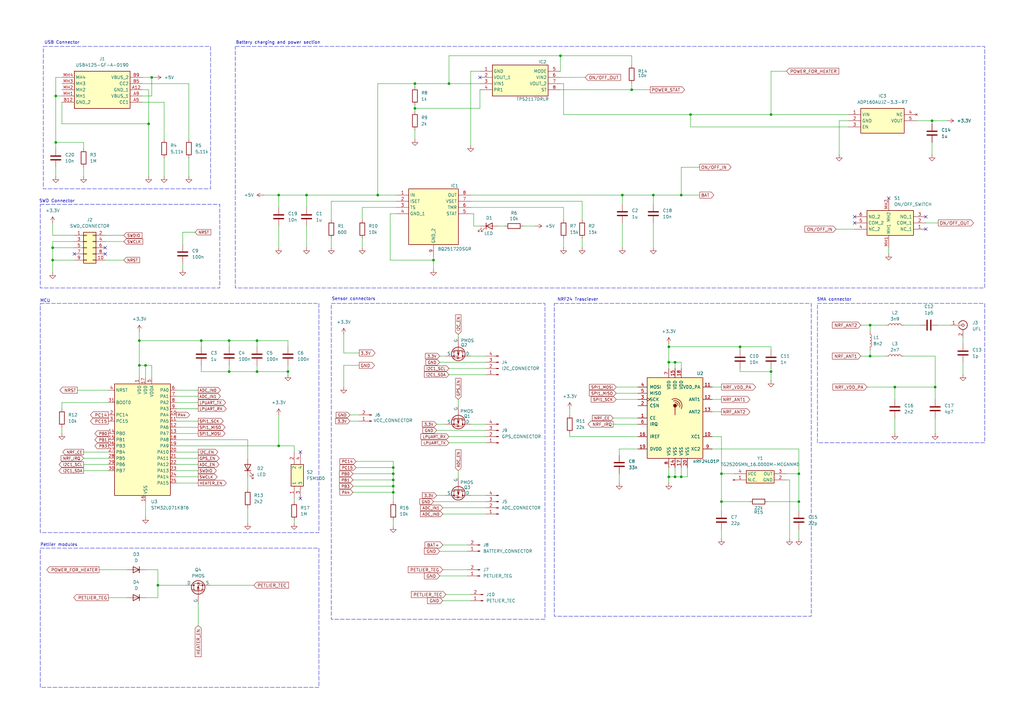
<source format=kicad_sch>
(kicad_sch (version 20231120) (generator "eeschema") (generator_version "8.0")
  (paper "A3")
  (title_block (date "2024-04-09"))
  (junction (at 59.69 149.86))
  (junction (at 295.91 205.74))
  (junction (at 57.15 139.7))
  (junction (at 22.86 39.37))
  (junction (at 64.77 240.03))
  (junction (at 184.15 34.29))
  (junction (at 327.66 194.31))
  (junction (at 114.3 182.88))
  (junction (at 170.18 44.45))
  (junction (at 367.03 158.75))
  (junction (at 161.29 201.93))
  (junction (at 303.53 142.24))
  (junction (at 93.98 152.4))
  (junction (at 316.23 152.4))
  (junction (at 170.18 34.29))
  (junction (at 161.29 194.31))
  (junction (at 177.8 106.68))
  (junction (at 382.27 49.53))
  (junction (at 279.4 195.58))
  (junction (at 82.55 139.7))
  (junction (at 62.23 31.75))
  (junction (at 327.66 205.74))
  (junction (at 161.29 199.39))
  (junction (at 267.97 80.01))
  (junction (at 295.91 194.31))
  (junction (at 21.59 101.6))
  (junction (at 93.98 139.7))
  (junction (at 105.41 139.7))
  (junction (at 316.23 46.99))
  (junction (at 279.4 80.01))
  (junction (at 154.94 80.01))
  (junction (at 274.32 195.58))
  (junction (at 356.87 133.35))
  (junction (at 22.86 58.42))
  (junction (at 383.54 158.75))
  (junction (at 356.87 146.05))
  (junction (at 114.3 80.01))
  (junction (at 229.87 22.86))
  (junction (at 57.15 149.86))
  (junction (at 274.32 142.24))
  (junction (at 255.27 80.01))
  (junction (at 259.08 36.83))
  (junction (at 118.11 152.4))
  (junction (at 283.21 46.99))
  (junction (at 276.86 195.58))
  (junction (at 161.29 191.77))
  (junction (at 21.59 106.68))
  (junction (at 274.32 148.59))
  (junction (at 276.86 148.59))
  (junction (at 161.29 196.85))
  (junction (at 60.96 50.8))
  (junction (at 105.41 152.4))
  (junction (at 125.73 80.01))
  (no_connect (at 364.49 81.28))
  (no_connect (at 43.18 101.6))
  (no_connect (at 123.19 185.42))
  (no_connect (at 379.73 88.9))
  (no_connect (at 30.48 104.14))
  (no_connect (at 350.52 91.44))
  (no_connect (at 123.19 204.47))
  (no_connect (at 350.52 88.9))
  (no_connect (at 196.85 31.75))
  (no_connect (at 379.73 93.98))
  (no_connect (at 43.18 104.14))
  (wire (pts (xy 147.32 144.78) (xy 140.97 144.78)))
  (wire (pts (xy 355.6 158.75) (xy 367.03 158.75)))
  (wire (pts (xy 322.58 29.21) (xy 316.23 29.21)))
  (wire (pts (xy 74.93 107.95) (xy 74.93 110.49)))
  (wire (pts (xy 283.21 52.07) (xy 283.21 46.99)))
  (wire (pts (xy 356.87 143.51) (xy 356.87 146.05)))
  (wire (pts (xy 347.98 52.07) (xy 283.21 52.07)))
  (wire (pts (xy 82.55 149.86) (xy 82.55 152.4)))
  (wire (pts (xy 194.31 92.71) (xy 196.85 92.71)))
  (wire (pts (xy 62.23 149.86) (xy 62.23 154.94)))
  (wire (pts (xy 327.66 217.17) (xy 327.66 220.98)))
  (wire (pts (xy 161.29 213.36) (xy 161.29 215.9)))
  (wire (pts (xy 25.4 41.91) (xy 25.4 50.8)))
  (wire (pts (xy 295.91 194.31) (xy 295.91 205.74)))
  (wire (pts (xy 287.02 80.01) (xy 279.4 80.01)))
  (wire (pts (xy 184.15 22.86) (xy 229.87 22.86)))
  (wire (pts (xy 161.29 199.39) (xy 161.29 201.93)))
  (wire (pts (xy 93.98 139.7) (xy 105.41 139.7)))
  (wire (pts (xy 251.46 173.99) (xy 261.62 173.99)))
  (wire (pts (xy 193.04 29.21) (xy 196.85 29.21)))
  (wire (pts (xy 193.04 80.01) (xy 255.27 80.01)))
  (wire (pts (xy 105.41 152.4) (xy 118.11 152.4)))
  (wire (pts (xy 279.4 195.58) (xy 281.94 195.58)))
  (wire (pts (xy 356.87 133.35) (xy 363.22 133.35)))
  (wire (pts (xy 240.03 31.75) (xy 229.87 31.75)))
  (wire (pts (xy 267.97 80.01) (xy 255.27 80.01)))
  (wire (pts (xy 303.53 142.24) (xy 316.23 142.24)))
  (wire (pts (xy 34.29 68.58) (xy 34.29 72.39)))
  (wire (pts (xy 21.59 106.68) (xy 30.48 106.68)))
  (wire (pts (xy 21.59 106.68) (xy 21.59 111.76)))
  (wire (pts (xy 180.34 236.22) (xy 191.77 236.22)))
  (wire (pts (xy 148.59 97.79) (xy 148.59 101.6)))
  (wire (pts (xy 383.54 146.05) (xy 383.54 158.75)))
  (wire (pts (xy 114.3 80.01) (xy 114.3 85.09)))
  (wire (pts (xy 254 186.69) (xy 254 184.15)))
  (wire (pts (xy 281.94 195.58) (xy 281.94 191.77)))
  (wire (pts (xy 267.97 80.01) (xy 279.4 80.01)))
  (wire (pts (xy 367.03 158.75) (xy 367.03 163.83)))
  (wire (pts (xy 184.15 153.67) (xy 199.39 153.67)))
  (wire (pts (xy 295.91 205.74) (xy 307.34 205.74)))
  (wire (pts (xy 170.18 44.45) (xy 170.18 45.72)))
  (wire (pts (xy 179.07 176.53) (xy 199.39 176.53)))
  (wire (pts (xy 146.05 189.23) (xy 161.29 189.23)))
  (wire (pts (xy 146.05 191.77) (xy 161.29 191.77)))
  (wire (pts (xy 233.68 167.64) (xy 233.68 170.18)))
  (wire (pts (xy 140.97 144.78) (xy 140.97 137.16)))
  (wire (pts (xy 279.4 68.58) (xy 279.4 80.01)))
  (wire (pts (xy 86.36 240.03) (xy 104.14 240.03)))
  (wire (pts (xy 187.96 193.04) (xy 187.96 195.58)))
  (wire (pts (xy 193.04 87.63) (xy 194.31 87.63)))
  (wire (pts (xy 30.48 96.52) (xy 21.59 96.52)))
  (wire (pts (xy 184.15 181.61) (xy 199.39 181.61)))
  (wire (pts (xy 25.4 175.26) (xy 25.4 177.8)))
  (wire (pts (xy 274.32 195.58) (xy 274.32 198.12)))
  (wire (pts (xy 182.88 243.84) (xy 193.04 243.84)))
  (wire (pts (xy 255.27 80.01) (xy 255.27 83.82)))
  (wire (pts (xy 72.39 193.04) (xy 81.28 193.04)))
  (wire (pts (xy 379.73 91.44) (xy 384.81 91.44)))
  (wire (pts (xy 261.62 179.07) (xy 233.68 179.07)))
  (wire (pts (xy 229.87 22.86) (xy 259.08 22.86)))
  (wire (pts (xy 303.53 151.13) (xy 303.53 152.4)))
  (wire (pts (xy 34.29 185.42) (xy 44.45 185.42)))
  (wire (pts (xy 344.17 63.5) (xy 344.17 49.53)))
  (wire (pts (xy 382.27 58.42) (xy 382.27 63.5)))
  (wire (pts (xy 118.11 139.7) (xy 118.11 142.24)))
  (wire (pts (xy 259.08 36.83) (xy 259.08 34.29)))
  (wire (pts (xy 76.2 240.03) (xy 64.77 240.03)))
  (wire (pts (xy 274.32 195.58) (xy 276.86 195.58)))
  (wire (pts (xy 161.29 189.23) (xy 161.29 191.77)))
  (wire (pts (xy 22.86 58.42) (xy 34.29 58.42)))
  (wire (pts (xy 255.27 91.44) (xy 255.27 101.6)))
  (wire (pts (xy 181.61 233.68) (xy 191.77 233.68)))
  (wire (pts (xy 34.29 187.96) (xy 44.45 187.96)))
  (wire (pts (xy 283.21 46.99) (xy 316.23 46.99)))
  (wire (pts (xy 279.4 148.59) (xy 279.4 151.13)))
  (wire (pts (xy 316.23 46.99) (xy 347.98 46.99)))
  (wire (pts (xy 143.51 172.72) (xy 147.32 172.72)))
  (wire (pts (xy 74.93 100.33) (xy 74.93 95.25)))
  (wire (pts (xy 231.14 46.99) (xy 283.21 46.99)))
  (wire (pts (xy 81.28 165.1) (xy 72.39 165.1)))
  (wire (pts (xy 327.66 194.31) (xy 327.66 205.74)))
  (wire (pts (xy 383.54 158.75) (xy 383.54 163.83)))
  (wire (pts (xy 114.3 92.71) (xy 114.3 101.6)))
  (wire (pts (xy 231.14 34.29) (xy 231.14 46.99)))
  (wire (pts (xy 125.73 85.09) (xy 125.73 80.01)))
  (wire (pts (xy 21.59 101.6) (xy 21.59 106.68)))
  (wire (pts (xy 356.87 135.89) (xy 356.87 133.35)))
  (wire (pts (xy 60.96 36.83) (xy 60.96 50.8)))
  (wire (pts (xy 193.04 173.99) (xy 199.39 173.99)))
  (wire (pts (xy 101.6 208.28) (xy 101.6 214.63)))
  (wire (pts (xy 229.87 22.86) (xy 229.87 29.21)))
  (wire (pts (xy 292.1 168.91) (xy 295.91 168.91)))
  (wire (pts (xy 81.28 198.12) (xy 72.39 198.12)))
  (wire (pts (xy 295.91 209.55) (xy 295.91 205.74)))
  (wire (pts (xy 22.86 68.58) (xy 22.86 72.39)))
  (wire (pts (xy 125.73 92.71) (xy 125.73 101.6)))
  (wire (pts (xy 162.56 87.63) (xy 160.02 87.63)))
  (wire (pts (xy 135.89 97.79) (xy 135.89 101.6)))
  (wire (pts (xy 177.8 205.74) (xy 199.39 205.74)))
  (wire (pts (xy 292.1 179.07) (xy 295.91 179.07)))
  (wire (pts (xy 107.95 80.01) (xy 114.3 80.01)))
  (wire (pts (xy 193.04 59.69) (xy 193.04 29.21)))
  (wire (pts (xy 323.85 196.85) (xy 323.85 220.98)))
  (wire (pts (xy 267.97 91.44) (xy 267.97 101.6)))
  (wire (pts (xy 161.29 201.93) (xy 161.29 205.74)))
  (wire (pts (xy 356.87 146.05) (xy 363.22 146.05)))
  (wire (pts (xy 22.86 39.37) (xy 25.4 39.37)))
  (wire (pts (xy 180.34 226.06) (xy 191.77 226.06)))
  (wire (pts (xy 229.87 36.83) (xy 259.08 36.83)))
  (wire (pts (xy 25.4 165.1) (xy 44.45 165.1)))
  (wire (pts (xy 135.89 82.55) (xy 135.89 90.17)))
  (wire (pts (xy 342.9 93.98) (xy 350.52 93.98)))
  (wire (pts (xy 93.98 152.4) (xy 105.41 152.4)))
  (wire (pts (xy 143.51 170.18) (xy 147.32 170.18)))
  (wire (pts (xy 59.69 154.94) (xy 59.69 149.86)))
  (wire (pts (xy 194.31 87.63) (xy 194.31 92.71)))
  (wire (pts (xy 251.46 171.45) (xy 261.62 171.45)))
  (wire (pts (xy 161.29 196.85) (xy 161.29 199.39)))
  (wire (pts (xy 295.91 194.31) (xy 300.99 194.31)))
  (wire (pts (xy 81.28 187.96) (xy 72.39 187.96)))
  (wire (pts (xy 125.73 80.01) (xy 154.94 80.01)))
  (wire (pts (xy 144.78 196.85) (xy 161.29 196.85)))
  (wire (pts (xy 120.65 182.88) (xy 120.65 185.42)))
  (wire (pts (xy 59.69 149.86) (xy 57.15 149.86)))
  (wire (pts (xy 196.85 44.45) (xy 196.85 36.83)))
  (wire (pts (xy 276.86 148.59) (xy 276.86 151.13)))
  (wire (pts (xy 292.1 184.15) (xy 327.66 184.15)))
  (wire (pts (xy 93.98 139.7) (xy 93.98 142.24)))
  (wire (pts (xy 148.59 90.17) (xy 148.59 85.09)))
  (wire (pts (xy 252.73 163.83) (xy 261.62 163.83)))
  (wire (pts (xy 375.92 49.53) (xy 382.27 49.53)))
  (wire (pts (xy 105.41 139.7) (xy 105.41 142.24)))
  (wire (pts (xy 114.3 182.88) (xy 120.65 182.88)))
  (wire (pts (xy 62.23 31.75) (xy 63.5 31.75)))
  (wire (pts (xy 43.18 99.06) (xy 50.8 99.06)))
  (wire (pts (xy 182.88 173.99) (xy 179.07 173.99)))
  (wire (pts (xy 367.03 158.75) (xy 383.54 158.75)))
  (wire (pts (xy 77.47 34.29) (xy 77.47 57.15)))
  (wire (pts (xy 274.32 142.24) (xy 274.32 148.59)))
  (wire (pts (xy 367.03 171.45) (xy 367.03 177.8)))
  (wire (pts (xy 370.84 133.35) (xy 377.19 133.35)))
  (wire (pts (xy 322.58 194.31) (xy 327.66 194.31)))
  (wire (pts (xy 295.91 217.17) (xy 295.91 220.98)))
  (wire (pts (xy 254 194.31) (xy 254 198.12)))
  (wire (pts (xy 353.06 133.35) (xy 356.87 133.35)))
  (wire (pts (xy 259.08 36.83) (xy 266.7 36.83)))
  (wire (pts (xy 344.17 49.53) (xy 347.98 49.53)))
  (wire (pts (xy 72.39 175.26) (xy 81.28 175.26)))
  (wire (pts (xy 383.54 171.45) (xy 383.54 177.8)))
  (wire (pts (xy 58.42 36.83) (xy 60.96 36.83)))
  (wire (pts (xy 259.08 26.67) (xy 259.08 22.86)))
  (wire (pts (xy 82.55 139.7) (xy 93.98 139.7)))
  (wire (pts (xy 276.86 148.59) (xy 279.4 148.59)))
  (wire (pts (xy 22.86 60.96) (xy 22.86 58.42)))
  (wire (pts (xy 25.4 167.64) (xy 25.4 165.1)))
  (wire (pts (xy 181.61 246.38) (xy 193.04 246.38)))
  (wire (pts (xy 60.96 50.8) (xy 60.96 72.39)))
  (wire (pts (xy 57.15 149.86) (xy 57.15 154.94)))
  (wire (pts (xy 105.41 139.7) (xy 118.11 139.7)))
  (wire (pts (xy 177.8 105.41) (xy 177.8 106.68)))
  (wire (pts (xy 353.06 146.05) (xy 356.87 146.05)))
  (wire (pts (xy 193.04 82.55) (xy 238.76 82.55)))
  (wire (pts (xy 118.11 152.4) (xy 118.11 153.67)))
  (wire (pts (xy 327.66 184.15) (xy 327.66 194.31)))
  (wire (pts (xy 274.32 140.97) (xy 274.32 142.24)))
  (wire (pts (xy 364.49 101.6) (xy 364.49 104.14)))
  (wire (pts (xy 276.86 195.58) (xy 279.4 195.58)))
  (wire (pts (xy 303.53 142.24) (xy 303.53 143.51)))
  (wire (pts (xy 120.65 204.47) (xy 120.65 205.74)))
  (wire (pts (xy 274.32 148.59) (xy 274.32 151.13)))
  (wire (pts (xy 59.69 245.11) (xy 64.77 245.11)))
  (wire (pts (xy 72.39 180.34) (xy 101.6 180.34)))
  (wire (pts (xy 384.81 133.35) (xy 389.89 133.35)))
  (wire (pts (xy 105.41 149.86) (xy 105.41 152.4)))
  (wire (pts (xy 58.42 34.29) (xy 77.47 34.29)))
  (wire (pts (xy 101.6 195.58) (xy 101.6 200.66)))
  (wire (pts (xy 322.58 196.85) (xy 323.85 196.85)))
  (wire (pts (xy 252.73 161.29) (xy 261.62 161.29)))
  (wire (pts (xy 274.32 142.24) (xy 303.53 142.24)))
  (wire (pts (xy 72.39 160.02) (xy 81.28 160.02)))
  (wire (pts (xy 82.55 152.4) (xy 93.98 152.4)))
  (wire (pts (xy 252.73 158.75) (xy 261.62 158.75)))
  (wire (pts (xy 43.18 96.52) (xy 50.8 96.52)))
  (wire (pts (xy 181.61 223.52) (xy 191.77 223.52)))
  (wire (pts (xy 182.88 146.05) (xy 180.34 146.05)))
  (wire (pts (xy 81.28 185.42) (xy 72.39 185.42)))
  (wire (pts (xy 31.75 160.02) (xy 44.45 160.02)))
  (wire (pts (xy 170.18 44.45) (xy 196.85 44.45)))
  (wire (pts (xy 114.3 80.01) (xy 125.73 80.01)))
  (wire (pts (xy 180.34 148.59) (xy 199.39 148.59)))
  (wire (pts (xy 81.28 167.64) (xy 72.39 167.64)))
  (wire (pts (xy 59.69 205.74) (xy 59.69 212.09)))
  (wire (pts (xy 81.28 247.65) (xy 81.28 256.54)))
  (wire (pts (xy 170.18 43.18) (xy 170.18 44.45)))
  (wire (pts (xy 58.42 39.37) (xy 62.23 39.37)))
  (wire (pts (xy 154.94 80.01) (xy 162.56 80.01)))
  (wire (pts (xy 144.78 194.31) (xy 161.29 194.31)))
  (wire (pts (xy 316.23 156.21) (xy 316.23 152.4)))
  (wire (pts (xy 21.59 101.6) (xy 30.48 101.6)))
  (wire (pts (xy 22.86 39.37) (xy 22.86 58.42)))
  (wire (pts (xy 292.1 163.83) (xy 295.91 163.83)))
  (wire (pts (xy 34.29 58.42) (xy 34.29 60.96)))
  (wire (pts (xy 238.76 90.17) (xy 238.76 82.55)))
  (wire (pts (xy 72.39 195.58) (xy 81.28 195.58)))
  (wire (pts (xy 204.47 92.71) (xy 207.01 92.71)))
  (wire (pts (xy 316.23 152.4) (xy 303.53 152.4)))
  (wire (pts (xy 58.42 31.75) (xy 62.23 31.75)))
  (wire (pts (xy 177.8 106.68) (xy 177.8 110.49)))
  (wire (pts (xy 382.27 49.53) (xy 388.62 49.53)))
  (wire (pts (xy 43.18 106.68) (xy 50.8 106.68)))
  (wire (pts (xy 238.76 97.79) (xy 238.76 101.6)))
  (wire (pts (xy 101.6 180.34) (xy 101.6 187.96)))
  (wire (pts (xy 292.1 158.75) (xy 295.91 158.75)))
  (wire (pts (xy 170.18 34.29) (xy 170.18 35.56)))
  (wire (pts (xy 162.56 82.55) (xy 135.89 82.55)))
  (wire (pts (xy 316.23 29.21) (xy 316.23 46.99)))
  (wire (pts (xy 370.84 146.05) (xy 383.54 146.05)))
  (wire (pts (xy 170.18 34.29) (xy 154.94 34.29)))
  (wire (pts (xy 25.4 31.75) (xy 22.86 31.75)))
  (wire (pts (xy 34.29 193.04) (xy 44.45 193.04)))
  (wire (pts (xy 58.42 41.91) (xy 67.31 41.91)))
  (wire (pts (xy 57.15 139.7) (xy 57.15 149.86)))
  (wire (pts (xy 394.97 148.59) (xy 394.97 153.67)))
  (wire (pts (xy 316.23 151.13) (xy 316.23 152.4)))
  (wire (pts (xy 193.04 203.2) (xy 199.39 203.2)))
  (wire (pts (xy 67.31 64.77) (xy 67.31 72.39)))
  (wire (pts (xy 21.59 96.52) (xy 21.59 91.44)))
  (wire (pts (xy 394.97 138.43) (xy 394.97 140.97)))
  (wire (pts (xy 67.31 41.91) (xy 67.31 57.15)))
  (wire (pts (xy 182.88 203.2) (xy 179.07 203.2)))
  (wire (pts (xy 93.98 149.86) (xy 93.98 152.4)))
  (wire (pts (xy 77.47 64.77) (xy 77.47 72.39)))
  (wire (pts (xy 229.87 34.29) (xy 231.14 34.29)))
  (wire (pts (xy 22.86 31.75) (xy 22.86 39.37)))
  (wire (pts (xy 193.04 85.09) (xy 231.14 85.09)))
  (wire (pts (xy 267.97 80.01) (xy 267.97 83.82)))
  (wire (pts (xy 34.29 190.5) (xy 44.45 190.5)))
  (wire (pts (xy 184.15 34.29) (xy 196.85 34.29)))
  (wire (pts (xy 184.15 151.13) (xy 199.39 151.13)))
  (wire (pts (xy 295.91 179.07) (xy 295.91 194.31)))
  (wire (pts (xy 199.39 146.05) (xy 193.04 146.05)))
  (wire (pts (xy 82.55 139.7) (xy 82.55 142.24)))
  (wire (pts (xy 72.39 177.8) (xy 81.28 177.8)))
  (wire (pts (xy 160.02 106.68) (xy 177.8 106.68)))
  (wire (pts (xy 170.18 53.34) (xy 170.18 57.15)))
  (wire (pts (xy 81.28 190.5) (xy 72.39 190.5)))
  (wire (pts (xy 184.15 34.29) (xy 170.18 34.29)))
  (wire (pts (xy 118.11 149.86) (xy 118.11 152.4)))
  (wire (pts (xy 161.29 191.77) (xy 161.29 194.31)))
  (wire (pts (xy 30.48 99.06) (xy 21.59 99.06)))
  (wire (pts (xy 44.45 245.11) (xy 52.07 245.11)))
  (wire (pts (xy 114.3 170.18) (xy 114.3 182.88)))
  (wire (pts (xy 327.66 205.74) (xy 327.66 209.55)))
  (wire (pts (xy 219.71 92.71) (xy 214.63 92.71)))
  (wire (pts (xy 120.65 213.36) (xy 120.65 214.63)))
  (wire (pts (xy 314.96 205.74) (xy 327.66 205.74)))
  (wire (pts (xy 144.78 201.93) (xy 161.29 201.93)))
  (wire (pts (xy 231.14 85.09) (xy 231.14 90.17)))
  (wire (pts (xy 184.15 22.86) (xy 184.15 34.29)))
  (wire (pts (xy 274.32 148.59) (xy 276.86 148.59)))
  (wire (pts (xy 25.4 50.8) (xy 60.96 50.8)))
  (wire (pts (xy 144.78 199.39) (xy 161.29 199.39)))
  (wire (pts (xy 64.77 240.03) (xy 64.77 245.11)))
  (wire (pts (xy 184.15 179.07) (xy 199.39 179.07)))
  (wire (pts (xy 254 184.15) (xy 261.62 184.15)))
  (wire (pts (xy 181.61 210.82) (xy 199.39 210.82)))
  (wire (pts (xy 279.4 191.77) (xy 279.4 195.58)))
  (wire (pts (xy 231.14 97.79) (xy 231.14 101.6)))
  (wire (pts (xy 81.28 162.56) (xy 72.39 162.56)))
  (wire (pts (xy 57.15 135.89) (xy 57.15 139.7)))
  (wire (pts (xy 276.86 191.77) (xy 276.86 195.58)))
  (wire (pts (xy 161.29 194.31) (xy 161.29 196.85)))
  (wire (pts (xy 148.59 85.09) (xy 162.56 85.09)))
  (wire (pts (xy 316.23 142.24) (xy 316.23 143.51)))
  (wire (pts (xy 59.69 149.86) (xy 62.23 149.86)))
  (wire (pts (xy 74.93 95.25) (xy 80.01 95.25)))
  (wire (pts (xy 233.68 179.07) (xy 233.68 177.8)))
  (wire (pts (xy 72.39 182.88) (xy 114.3 182.88)))
  (wire (pts (xy 62.23 39.37) (xy 62.23 31.75)))
  (wire (pts (xy 40.64 233.68) (xy 52.07 233.68)))
  (wire (pts (xy 382.27 49.53) (xy 382.27 50.8)))
  (wire (pts (xy 64.77 233.68) (xy 64.77 240.03)))
  (wire (pts (xy 187.96 163.83) (xy 187.96 166.37)))
  (wire (pts (xy 21.59 101.6) (xy 21.59 99.06)))
  (wire (pts (xy 140.97 149.86) (xy 140.97 158.75)))
  (wire (pts (xy 154.94 34.29) (xy 154.94 80.01)))
  (wire (pts (xy 287.02 68.58) (xy 279.4 68.58)))
  (wire (pts (xy 57.15 139.7) (xy 82.55 139.7)))
  (wire (pts (xy 187.96 137.16) (xy 187.96 138.43)))
  (wire (pts (xy 181.61 208.28) (xy 199.39 208.28)))
  (wire (pts (xy 59.69 233.68) (xy 64.77 233.68)))
  (wire (pts (xy 140.97 149.86) (xy 147.32 149.86)))
  (wire (pts (xy 72.39 172.72) (xy 81.28 172.72)))
  (wire (pts (xy 274.32 191.77) (xy 274.32 195.58)))
  (wire (pts (xy 160.02 87.63) (xy 160.02 106.68)))
  (rectangle (start 335.28 124.46) (end 403.86 181.61) (stroke (width 0) (type dash)))
  (rectangle (start 96.52 19.05) (end 403.86 118.11) (stroke (width 0) (type dash)))
  (rectangle (start 16.51 83.82) (end 90.17 118.11) (stroke (width 0) (type dash)))
  (rectangle (start 135.89 124.46) (end 223.52 254) (stroke (width 0) (type dash)))
  (rectangle (start 16.51 124.46) (end 130.81 218.44) (stroke (width 0) (type dash)))
  (rectangle (start 17.78 19.05) (end 86.36 77.47) (stroke (width 0) (type dash)))
  (rectangle (start 227.33 124.46) (end 332.74 252.73) (stroke (width 0) (type dash)))
  (rectangle (start 16.51 224.79) (end 130.81 281.94) (stroke (width 0) (type dash)))
  (text "Sensor connectors" (at 145.034 122.682 0) (effects (font (size 1.27 1.27))))
  (text "Battery charging and power section" (at 114.046 17.526 0) (effects (font (size 1.27 1.27))))
  (text "NRF24 Trasciever" (at 236.982 122.936 0) (effects (font (size 1.27 1.27))))
  (text "SMA connector" (at 342.138 122.936 0) (effects (font (size 1.27 1.27))))
  (text "MCU" (at 18.542 123.444 0) (effects (font (size 1.27 1.27))))
  (text "SWD Connector" (at 23.368 82.55 0) (effects (font (size 1.27 1.27))))
  (text "Petlier modules" (at 24.13 223.52 0) (effects (font (size 1.27 1.27))))
  (text "USB Connector" (at 25.4 17.526 0) (effects (font (size 1.27 1.27))))
  (global_label "GPS_EN" (shape output) (at 81.28 187.96 0) (effects (font (size 1.143 1.143))) (property "Intersheetrefs" "${INTERSHEET_REFS}" (effects (hide yes))))
  (global_label "GND" (shape input) (at 180.34 226.06 180) (property "Intersheetrefs" "${INTERSHEET_REFS}" (effects (hide yes))))
  (global_label "PB1" (shape output) (at 44.45 180.34 180) (effects (font (size 1.143 1.143))) (property "Intersheetrefs" "${INTERSHEET_REFS}" (effects (hide yes))))
  (global_label "PC15" (shape output) (at 44.45 172.72 180) (property "Intersheetrefs" "${INTERSHEET_REFS}" (effects (hide yes))))
  (global_label "ADC_IN0" (shape input) (at 181.61 210.82 180) (effects (font (size 1.143 1.143))) (property "Intersheetrefs" "${INTERSHEET_REFS}" (effects (hide yes))))
  (global_label "ADC_EN" (shape input) (at 187.96 193.04 90) (effects (font (size 1.143 1.143))) (property "Intersheetrefs" "${INTERSHEET_REFS}" (effects (hide yes))))
  (global_label "PETLIER_TEG" (shape input) (at 181.61 233.68 180) (property "Intersheetrefs" "${INTERSHEET_REFS}" (effects (hide yes))))
  (global_label "I2C_EN" (shape output) (at 81.28 185.42 0) (effects (font (size 1.143 1.143))) (property "Intersheetrefs" "${INTERSHEET_REFS}" (effects (hide yes))))
  (global_label "SWDIO" (shape input) (at 50.8 96.52 0) (effects (font (size 1.143 1.143))) (property "Intersheetrefs" "${INTERSHEET_REFS}" (effects (hide yes))))
  (global_label "NRF_IRQ" (shape input) (at 34.29 187.96 180) (effects (font (size 1.143 1.143))) (property "Intersheetrefs" "${INTERSHEET_REFS}" (effects (hide yes))))
  (global_label "I2C1_SCL" (shape output) (at 34.29 190.5 180) (effects (font (size 1.143 1.143))) (property "Intersheetrefs" "${INTERSHEET_REFS}" (effects (hide yes))))
  (global_label "NRST" (shape input) (at 50.8 106.68 0) (effects (font (size 1.143 1.143))) (property "Intersheetrefs" "${INTERSHEET_REFS}" (effects (hide yes))))
  (global_label "PC14" (shape output) (at 44.45 170.18 180) (property "Intersheetrefs" "${INTERSHEET_REFS}" (effects (hide yes))))
  (global_label "PA4" (shape output) (at 72.39 170.18 0) (effects (font (size 1.143 1.143))) (property "Intersheetrefs" "${INTERSHEET_REFS}" (effects (hide yes))))
  (global_label "NRST" (shape output) (at 31.75 160.02 180) (property "Intersheetrefs" "${INTERSHEET_REFS}" (effects (hide yes))))
  (global_label "GND" (shape input) (at 180.34 148.59 180) (effects (font (size 1.143 1.143))) (property "Intersheetrefs" "${INTERSHEET_REFS}" (effects (hide yes))))
  (global_label "I2C1_SCL" (shape input) (at 184.15 151.13 180) (effects (font (size 1.143 1.143))) (property "Intersheetrefs" "${INTERSHEET_REFS}" (effects (hide yes))))
  (global_label "SWCLK" (shape output) (at 81.28 195.58 0) (effects (font (size 1.143 1.143))) (property "Intersheetrefs" "${INTERSHEET_REFS}" (effects (hide yes))))
  (global_label "LPUART_TX" (shape output) (at 81.28 165.1 0) (effects (font (size 1.143 1.143))) (property "Intersheetrefs" "${INTERSHEET_REFS}" (effects (hide yes))))
  (global_label "PB3" (shape output) (at 44.45 182.88 180) (effects (font (size 1.143 1.143))) (property "Intersheetrefs" "${INTERSHEET_REFS}" (effects (hide yes))))
  (global_label "PB0" (shape output) (at 44.45 177.8 180) (effects (font (size 1.143 1.143))) (property "Intersheetrefs" "${INTERSHEET_REFS}" (effects (hide yes))))
  (global_label "GND" (shape input) (at 179.07 176.53 180) (effects (font (size 1.143 1.143))) (property "Intersheetrefs" "${INTERSHEET_REFS}" (effects (hide yes))))
  (global_label "PC15" (shape input) (at 146.05 191.77 180) (effects (font (size 1.143 1.143))) (property "Intersheetrefs" "${INTERSHEET_REFS}" (effects (hide yes))))
  (global_label "PA4" (shape input) (at 144.78 201.93 180) (effects (font (size 1.143 1.143))) (property "Intersheetrefs" "${INTERSHEET_REFS}" (effects (hide yes))))
  (global_label "POWER_FOR_HEATER" (shape input) (at 322.58 29.21 0) (property "Intersheetrefs" "${INTERSHEET_REFS}" (effects (hide yes))))
  (global_label "POWER_STAT" (shape output) (at 266.7 36.83 0) (property "Intersheetrefs" "${INTERSHEET_REFS}" (effects (hide yes))))
  (global_label "3.3V" (shape input) (at 179.07 173.99 180) (effects (font (size 1.143 1.143))) (property "Intersheetrefs" "${INTERSHEET_REFS}" (effects (hide yes))))
  (global_label "NRF_CE" (shape input) (at 251.46 171.45 180) (effects (font (size 1.143 1.143))) (property "Intersheetrefs" "${INTERSHEET_REFS}" (effects (hide yes))))
  (global_label "PC14" (shape input) (at 146.05 189.23 180) (effects (font (size 1.143 1.143))) (property "Intersheetrefs" "${INTERSHEET_REFS}" (effects (hide yes))))
  (global_label "GND" (shape input) (at 177.8 205.74 180) (effects (font (size 1.143 1.143))) (property "Intersheetrefs" "${INTERSHEET_REFS}" (effects (hide yes))))
  (global_label "GND" (shape output) (at 147.32 149.86 0) (property "Intersheetrefs" "${INTERSHEET_REFS}" (effects (hide yes))))
  (global_label "SWDIO" (shape output) (at 81.28 193.04 0) (effects (font (size 1.143 1.143))) (property "Intersheetrefs" "${INTERSHEET_REFS}" (effects (hide yes))))
  (global_label "ADC_EN" (shape output) (at 81.28 190.5 0) (effects (font (size 1.143 1.143))) (property "Intersheetrefs" "${INTERSHEET_REFS}" (effects (hide yes))))
  (global_label "LPUART_RX" (shape output) (at 81.28 167.64 0) (effects (font (size 1.143 1.143))) (property "Intersheetrefs" "${INTERSHEET_REFS}" (effects (hide yes))))
  (global_label "NRF_ANT1" (shape output) (at 295.91 163.83 0) (property "Intersheetrefs" "${INTERSHEET_REFS}" (effects (hide yes))))
  (global_label "PB3" (shape input) (at 144.78 199.39 180) (effects (font (size 1.143 1.143))) (property "Intersheetrefs" "${INTERSHEET_REFS}" (effects (hide yes))))
  (global_label "NRF_ANT1" (shape input) (at 353.06 146.05 180) (property "Intersheetrefs" "${INTERSHEET_REFS}" (effects (hide yes))))
  (global_label "3.3V" (shape input) (at 180.34 146.05 180) (effects (font (size 1.143 1.143))) (property "Intersheetrefs" "${INTERSHEET_REFS}" (effects (hide yes))))
  (global_label "PB0" (shape input) (at 144.78 194.31 180) (effects (font (size 1.143 1.143))) (property "Intersheetrefs" "${INTERSHEET_REFS}" (effects (hide yes))))
  (global_label "GND" (shape input) (at 181.61 246.38 180) (property "Intersheetrefs" "${INTERSHEET_REFS}" (effects (hide yes))))
  (global_label "SPI1_MOSI" (shape output) (at 81.28 177.8 0) (effects (font (size 1.143 1.143))) (property "Intersheetrefs" "${INTERSHEET_REFS}" (effects (hide yes))))
  (global_label "I2C1_SDA" (shape input) (at 184.15 153.67 180) (effects (font (size 1.143 1.143))) (property "Intersheetrefs" "${INTERSHEET_REFS}" (effects (hide yes))))
  (global_label "BAT" (shape output) (at 287.02 80.01 0) (property "Intersheetrefs" "${INTERSHEET_REFS}" (effects (hide yes))))
  (global_label "ON{slash}OFF_OUT" (shape input) (at 240.03 31.75 0) (property "Intersheetrefs" "${INTERSHEET_REFS}" (effects (hide yes))))
  (global_label "HEATER_EN" (shape input) (at 81.28 256.54 270) (property "Intersheetrefs" "${INTERSHEET_REFS}" (effects (hide yes))))
  (global_label "ADC_IN1" (shape input) (at 181.61 208.28 180) (effects (font (size 1.143 1.143))) (property "Intersheetrefs" "${INTERSHEET_REFS}" (effects (hide yes))))
  (global_label "SPI1_SCK" (shape input) (at 252.73 163.83 180) (effects (font (size 1.143 1.143))) (property "Intersheetrefs" "${INTERSHEET_REFS}" (effects (hide yes))))
  (global_label "NRF_IRQ" (shape output) (at 251.46 173.99 180) (property "Intersheetrefs" "${INTERSHEET_REFS}" (effects (hide yes))))
  (global_label "ADC_IN0" (shape output) (at 81.28 160.02 0) (effects (font (size 1.143 1.143))) (property "Intersheetrefs" "${INTERSHEET_REFS}" (effects (hide yes))))
  (global_label "NRF_VDD_PA" (shape output) (at 295.91 158.75 0) (property "Intersheetrefs" "${INTERSHEET_REFS}" (effects (hide yes))))
  (global_label "BAT+" (shape input) (at 181.61 223.52 180) (property "Intersheetrefs" "${INTERSHEET_REFS}" (effects (hide yes))))
  (global_label "NRF_CE" (shape output) (at 34.29 185.42 180) (effects (font (size 1.143 1.143))) (property "Intersheetrefs" "${INTERSHEET_REFS}" (effects (hide yes))))
  (global_label "NRF_ANT2" (shape input) (at 353.06 133.35 180) (property "Intersheetrefs" "${INTERSHEET_REFS}" (effects (hide yes))))
  (global_label "I2C_EN" (shape input) (at 187.96 137.16 90) (effects (font (size 1.143 1.143))) (property "Intersheetrefs" "${INTERSHEET_REFS}" (effects (hide yes))))
  (global_label "3.3V" (shape input) (at 179.07 203.2 180) (effects (font (size 1.143 1.143))) (property "Intersheetrefs" "${INTERSHEET_REFS}" (effects (hide yes))))
  (global_label "ON{slash}OFF_IN" (shape input) (at 342.9 93.98 180) (property "Intersheetrefs" "${INTERSHEET_REFS}" (effects (hide yes))))
  (global_label "SPI1_MISO" (shape output) (at 81.28 175.26 0) (effects (font (size 1.143 1.143))) (property "Intersheetrefs" "${INTERSHEET_REFS}" (effects (hide yes))))
  (global_label "GND" (shape input) (at 180.34 236.22 180) (property "Intersheetrefs" "${INTERSHEET_REFS}" (effects (hide yes))))
  (global_label "ON{slash}OFF_OUT" (shape output) (at 384.81 91.44 0) (property "Intersheetrefs" "${INTERSHEET_REFS}" (effects (hide yes))))
  (global_label "PETLIER_TEC" (shape input) (at 182.88 243.84 180) (property "Intersheetrefs" "${INTERSHEET_REFS}" (effects (hide yes))))
  (global_label "NRF_ANT2" (shape output) (at 295.91 168.91 0) (property "Intersheetrefs" "${INTERSHEET_REFS}" (effects (hide yes))))
  (global_label "NRF_VDD_PA" (shape input) (at 355.6 158.75 180) (property "Intersheetrefs" "${INTERSHEET_REFS}" (effects (hide yes))))
  (global_label "SWCLK" (shape input) (at 50.8 99.06 0) (effects (font (size 1.143 1.143))) (property "Intersheetrefs" "${INTERSHEET_REFS}" (effects (hide yes))))
  (global_label "ON{slash}OFF_IN" (shape output) (at 287.02 68.58 0) (property "Intersheetrefs" "${INTERSHEET_REFS}" (effects (hide yes))))
  (global_label "I2C1_SDA" (shape output) (at 34.29 193.04 180) (effects (font (size 1.143 1.143))) (property "Intersheetrefs" "${INTERSHEET_REFS}" (effects (hide yes))))
  (global_label "POWER_FOR_HEATER" (shape output) (at 40.64 233.68 180) (property "Intersheetrefs" "${INTERSHEET_REFS}" (effects (hide yes))))
  (global_label "SPI1_SCK" (shape output) (at 81.28 172.72 0) (effects (font (size 1.143 1.143))) (property "Intersheetrefs" "${INTERSHEET_REFS}" (effects (hide yes))))
  (global_label "SPI1_MOSI" (shape input) (at 252.73 158.75 180) (effects (font (size 1.143 1.143))) (property "Intersheetrefs" "${INTERSHEET_REFS}" (effects (hide yes))))
  (global_label "3.3V" (shape input) (at 143.51 172.72 180) (effects (font (size 1.143 1.143))) (property "Intersheetrefs" "${INTERSHEET_REFS}" (effects (hide yes))))
  (global_label "GPS_EN" (shape input) (at 187.96 163.83 90) (effects (font (size 1.143 1.143))) (property "Intersheetrefs" "${INTERSHEET_REFS}" (effects (hide yes))))
  (global_label "ADC_IN1" (shape output) (at 81.28 162.56 0) (effects (font (size 1.143 1.143))) (property "Intersheetrefs" "${INTERSHEET_REFS}" (effects (hide yes))))
  (global_label "PETLIER_TEG" (shape output) (at 44.45 245.11 180) (property "Intersheetrefs" "${INTERSHEET_REFS}" (effects (hide yes))))
  (global_label "HEATER_EN" (shape output) (at 81.28 198.12 0) (effects (font (size 1.143 1.143))) (property "Intersheetrefs" "${INTERSHEET_REFS}" (effects (hide yes))))
  (global_label "LPUART_TX" (shape input) (at 184.15 181.61 180) (effects (font (size 1.143 1.143))) (property "Intersheetrefs" "${INTERSHEET_REFS}" (effects (hide yes))))
  (global_label "NRST" (shape input) (at 80.01 95.25 0) (effects (font (size 1.143 1.143))) (property "Intersheetrefs" "${INTERSHEET_REFS}" (effects (hide yes))))
  (global_label "PETLIER_TEC" (shape input) (at 104.14 240.03 0) (property "Intersheetrefs" "${INTERSHEET_REFS}" (effects (hide yes))))
  (global_label "LPUART_RX" (shape input) (at 184.15 179.07 180) (effects (font (size 1.143 1.143))) (property "Intersheetrefs" "${INTERSHEET_REFS}" (effects (hide yes))))
  (global_label "SPI1_MISO" (shape input) (at 252.73 161.29 180) (effects (font (size 1.143 1.143))) (property "Intersheetrefs" "${INTERSHEET_REFS}" (effects (hide yes))))
  (global_label "PB1" (shape input) (at 144.78 196.85 180) (effects (font (size 1.143 1.143))) (property "Intersheetrefs" "${INTERSHEET_REFS}" (effects (hide yes))))
  (global_label "GND" (shape input) (at 143.51 170.18 180) (effects (font (size 1.143 1.143))) (property "Intersheetrefs" "${INTERSHEET_REFS}" (effects (hide yes))))
  (global_label "3.3V" (shape output) (at 147.32 144.78 0) (property "Intersheetrefs" "${INTERSHEET_REFS}" (effects (hide yes))))
  (symbol (lib_id "Connector:Conn_01x02_Pin") (at 152.4 172.72 180) (unit 1)
    (property "Reference" "J6" (at 153.67 170.1799 0) (effects (justify right)))
    (property "Value" "VCC_CONNECTOR" (at 153.162 172.466 0) (effects (justify right)))
    (property "Footprint" "Connector_PinHeader_2.54mm:PinHeader_1x02_P2.54mm_Vertical" (effects (hide yes)))
    (property "Description" "Generic connector, single row, 01x02, script generated" (effects (hide yes)))
  )
  (symbol (lib_id "Device:C") (at 267.97 87.63 0) (unit 1)
    (property "Reference" "C18" (at 271.78 86.3599 0) (effects (justify left)))
    (property "Value" "10n" (at 271.78 88.8999 0) (effects (justify left)))
    (property "Footprint" "Capacitor_SMD:C_0805_2012Metric" (effects (hide yes)))
    (property "Description" "Unpolarized capacitor" (effects (hide yes)))
  )
  (symbol (lib_id "Connector:Conn_01x02_Pin") (at 198.12 246.38 180) (unit 1)
    (property "Reference" "J10" (at 199.39 243.8399 0) (effects (justify right)))
    (property "Value" "PETLIER_TEC" (at 199.39 246.3799 0) (effects (justify right)))
    (property "Footprint" "Connector_PinHeader_2.54mm:PinHeader_1x02_P2.54mm_Vertical" (effects (hide yes)))
    (property "Description" "Generic connector, single row, 01x02, script generated" (effects (hide yes)))
  )
  (symbol (lib_id "Device:C") (at 118.11 146.05 0) (unit 1)
    (property "Reference" "C6" (at 121.92 144.7799 0) (effects (justify left)))
    (property "Value" "100n" (at 121.92 147.3199 0) (effects (justify left)))
    (property "Footprint" "Capacitor_SMD:C_0805_2012Metric" (effects (hide yes)))
    (property "Description" "Unpolarized capacitor" (effects (hide yes)))
  )
  (symbol (lib_id "Device:C") (at 383.54 167.64 0) (unit 1)
    (property "Reference" "C17" (at 387.35 166.3699 0) (effects (justify left)))
    (property "Value" "4p7" (at 387.35 168.9099 0) (effects (justify left)))
    (property "Footprint" "Capacitor_SMD:C_0805_2012Metric" (effects (hide yes)))
    (property "Description" "Unpolarized capacitor" (effects (hide yes)))
  )
  (symbol (lib_id "power:+3.3V") (at 140.97 137.16 0) (unit 1)
    (property "Reference" "#PWR039" (effects (hide yes)))
    (property "Value" "+3.3V" (at 140.97 132.08 0))
    (property "Description" "Power symbol creates a global label with name \"+3.3V\"" (effects (hide yes)))
  )
  (symbol (lib_id "power:GND") (at 255.27 101.6 0) (unit 1)
    (property "Reference" "#PWR03" (effects (hide yes)))
    (property "Value" "GND" (effects (hide yes)))
    (property "Description" "Power symbol creates a global label with name \"GND\" , ground" (effects (hide yes)))
  )
  (symbol (lib_id "Device:C") (at 367.03 167.64 0) (unit 1)
    (property "Reference" "C16" (at 370.84 166.3699 0) (effects (justify left)))
    (property "Value" "2n2" (at 370.84 168.9099 0) (effects (justify left)))
    (property "Footprint" "Capacitor_SMD:C_0805_2012Metric" (effects (hide yes)))
    (property "Description" "Unpolarized capacitor" (effects (hide yes)))
  )
  (symbol (lib_id "power:GND") (at 22.86 72.39 0) (unit 1)
    (property "Reference" "#PWR043" (effects (hide yes)))
    (property "Value" "GND" (effects (hide yes)))
    (property "Description" "Power symbol creates a global label with name \"GND\" , ground" (effects (hide yes)))
  )
  (symbol (lib_id "Device:R") (at 120.65 209.55 0) (unit 1)
    (property "Reference" "R17" (at 123.19 208.2799 0) (effects (justify left)))
    (property "Value" "1M" (at 123.19 210.8199 0) (effects (justify left)))
    (property "Footprint" "Resistor_SMD:R_0805_2012Metric" (effects (hide yes)))
    (property "Description" "Resistor" (effects (hide yes)))
  )
  (symbol (lib_id "Simulation_SPICE:PMOS") (at 81.28 242.57 90) (unit 1)
    (property "Reference" "Q4" (at 81.28 233.68 90))
    (property "Value" "PMOS" (at 81.28 236.22 90))
    (property "Footprint" "Package_TO_SOT_SMD:SOT-23" (effects (hide yes)))
    (property "Datasheet" "https://ngspice.sourceforge.io/docs/ngspice-html-manual/manual.xhtml#cha_MOSFETs" (effects (hide yes)))
    (property "Description" "P-MOSFET transistor, drain/source/gate" (effects (hide yes)))
    (property "Sim.Device" "PMOS" (effects (hide yes)))
    (property "Sim.Type" "VDMOS" (effects (hide yes)))
    (property "Sim.Pins" "1=D 2=G 3=S" (effects (hide yes)))
  )
  (symbol (lib_id "power:GND") (at 118.11 153.67 0) (unit 1)
    (property "Reference" "#PWR019" (effects (hide yes)))
    (property "Value" "GND" (effects (hide yes)))
    (property "Description" "Power symbol creates a global label with name \"GND\" , ground" (effects (hide yes)))
  )
  (symbol (lib_id "Device:C") (at 381 133.35 90) (unit 1)
    (property "Reference" "C12" (at 381 125.73 90))
    (property "Value" "1p5" (at 381 128.27 90))
    (property "Footprint" "Capacitor_SMD:C_0805_2012Metric" (effects (hide yes)))
    (property "Description" "Unpolarized capacitor" (effects (hide yes)))
  )
  (symbol (lib_id "Device:R") (at 77.47 60.96 0) (unit 1)
    (property "Reference" "R5" (at 80.01 59.6899 0) (effects (justify left)))
    (property "Value" "5.11k" (at 80.01 62.2299 0) (effects (justify left)))
    (property "Footprint" "Resistor_SMD:R_0805_2012Metric" (effects (hide yes)))
    (property "Description" "Resistor" (effects (hide yes)))
  )
  (symbol (lib_id "Device:C") (at 382.27 54.61 0) (unit 1)
    (property "Reference" "C14" (at 386.08 53.3399 0) (effects (justify left)))
    (property "Value" "1u" (at 386.08 55.8799 0) (effects (justify left)))
    (property "Footprint" "Capacitor_SMD:C_0805_2012Metric" (effects (hide yes)))
    (property "Description" "Unpolarized capacitor" (effects (hide yes)))
  )
  (symbol (lib_id "power:GND") (at 238.76 101.6 0) (unit 1)
    (property "Reference" "#PWR014" (effects (hide yes)))
    (property "Value" "GND" (effects (hide yes)))
    (property "Description" "Power symbol creates a global label with name \"GND\" , ground" (effects (hide yes)))
  )
  (symbol (lib_id "power:+3.3V") (at 388.62 49.53 270) (unit 1)
    (property "Reference" "#PWR031" (effects (hide yes)))
    (property "Value" "+3.3V" (at 392.43 49.5299 90) (effects (justify left)))
    (property "Description" "Power symbol creates a global label with name \"+3.3V\"" (effects (hide yes)))
  )
  (symbol (lib_id "Device:C") (at 82.55 146.05 0) (unit 1)
    (property "Reference" "C3" (at 86.36 144.7799 0) (effects (justify left)))
    (property "Value" "1u" (at 86.36 147.3199 0) (effects (justify left)))
    (property "Footprint" "Capacitor_SMD:C_0805_2012Metric" (effects (hide yes)))
    (property "Description" "Unpolarized capacitor" (effects (hide yes)))
  )
  (symbol (lib_id "power:GND") (at 344.17 63.5 0) (unit 1)
    (property "Reference" "#PWR06" (effects (hide yes)))
    (property "Value" "GND" (effects (hide yes)))
    (property "Description" "Power symbol creates a global label with name \"GND\" , ground" (effects (hide yes)))
  )
  (symbol (lib_id "power:GND") (at 170.18 57.15 0) (unit 1)
    (property "Reference" "#PWR017" (effects (hide yes)))
    (property "Value" "GND" (effects (hide yes)))
    (property "Description" "Power symbol creates a global label with name \"GND\" , ground" (effects (hide yes)))
  )
  (symbol (lib_id "Connector_Generic:Conn_02x05_Odd_Even") (at 35.56 101.6 0) (unit 1)
    (property "Reference" "J2" (at 36.83 90.17 0))
    (property "Value" "SWD_CONNECTOR" (at 36.83 92.71 0))
    (property "Footprint" "Connector_PinHeader_2.54mm:PinHeader_2x05_P2.54mm_Vertical" (effects (hide yes)))
    (property "Description" "Generic connector, double row, 02x05, odd/even pin numbering scheme (row 1 odd numbers, row 2 even numbers), script generated (kicad-library-utils/schlib/autogen/connector/)" (effects (hide yes)))
  )
  (symbol (lib_id "power:GND") (at 295.91 220.98 0) (unit 1)
    (property "Reference" "#PWR034" (effects (hide yes)))
    (property "Value" "GND" (effects (hide yes)))
    (property "Description" "Power symbol creates a global label with name \"GND\" , ground" (effects (hide yes)))
  )
  (symbol (lib_id "power:GND") (at 323.85 220.98 0) (unit 1)
    (property "Reference" "#PWR047" (effects (hide yes)))
    (property "Value" "GND" (effects (hide yes)))
    (property "Description" "Power symbol creates a global label with name \"GND\" , ground" (effects (hide yes)))
  )
  (symbol (lib_id "power:GND") (at 316.23 156.21 0) (unit 1)
    (property "Reference" "#PWR029" (effects (hide yes)))
    (property "Value" "GND" (effects (hide yes)))
    (property "Description" "Power symbol creates a global label with name \"GND\" , ground" (effects (hide yes)))
  )
  (symbol (lib_id "Connector:Conn_01x02_Pin") (at 196.85 226.06 180) (unit 1)
    (property "Reference" "J8" (at 198.12 223.5199 0) (effects (justify right)))
    (property "Value" "BATTERY_CONNECTOR" (at 198.12 226.0599 0) (effects (justify right)))
    (property "Footprint" "Connector_PinHeader_2.54mm:PinHeader_1x02_P2.54mm_Vertical" (effects (hide yes)))
    (property "Description" "Generic connector, single row, 01x02, script generated" (effects (hide yes)))
  )
  (symbol (lib_id "Device:D") (at 55.88 233.68 180) (unit 1)
    (property "Reference" "D3" (at 55.88 227.33 0))
    (property "Value" "D" (at 55.88 229.87 0))
    (property "Footprint" "Package_TO_SOT_SMD:SOT-23" (effects (hide yes)))
    (property "Description" "Diode" (effects (hide yes)))
    (property "Sim.Device" "D" (effects (hide yes)))
    (property "Sim.Pins" "1=K 2=A" (effects (hide yes)))
  )
  (symbol (lib_id "power:GND") (at 327.66 220.98 0) (unit 1)
    (property "Reference" "#PWR035" (effects (hide yes)))
    (property "Value" "GND" (effects (hide yes)))
    (property "Description" "Power symbol creates a global label with name \"GND\" , ground" (effects (hide yes)))
  )
  (symbol (lib_id "Device:LED") (at 101.6 191.77 90) (unit 1)
    (property "Reference" "D2" (at 105.41 192.0874 90) (effects (justify right)))
    (property "Value" "LED" (at 105.41 194.6274 90) (effects (justify right)))
    (property "Footprint" "nasze:nasz_zajebisty_led" (effects (hide yes)))
    (property "Description" "Light emitting diode" (effects (hide yes)))
  )
  (symbol (lib_id "Device:C") (at 254 190.5 0) (unit 1)
    (property "Reference" "C8" (at 257.81 189.2299 0) (effects (justify left)))
    (property "Value" "33n" (at 257.81 191.7699 0) (effects (justify left)))
    (property "Footprint" "Capacitor_SMD:C_0805_2012Metric" (effects (hide yes)))
    (property "Description" "Unpolarized capacitor" (effects (hide yes)))
  )
  (symbol (lib_id "power:GND") (at 34.29 72.39 0) (unit 1)
    (property "Reference" "#PWR08" (effects (hide yes)))
    (property "Value" "GND" (effects (hide yes)))
    (property "Description" "Power symbol creates a global label with name \"GND\" , ground" (effects (hide yes)))
  )
  (symbol (lib_id "Device:R") (at 259.08 30.48 0) (unit 1)
    (property "Reference" "R14" (at 261.62 29.2099 0) (effects (justify left)))
    (property "Value" "10k" (at 261.62 30.988 0) (effects (justify left)))
    (property "Footprint" "Resistor_SMD:R_0805_2012Metric" (effects (hide yes)))
    (property "Description" "Resistor" (effects (hide yes)))
  )
  (symbol (lib_id "Connector:Conn_01x04_Pin") (at 204.47 179.07 180) (unit 1)
    (property "Reference" "J9" (at 205.74 176.5299 0) (effects (justify right)))
    (property "Value" "GPS_CONNECTOR" (at 205.74 179.0699 0) (effects (justify right)))
    (property "Footprint" "Connector_PinHeader_2.54mm:PinHeader_1x04_P2.54mm_Vertical" (effects (hide yes)))
    (property "Description" "Generic connector, single row, 01x04, script generated" (effects (hide yes)))
  )
  (symbol (lib_id "power:GND") (at 59.69 212.09 0) (unit 1)
    (property "Reference" "#PWR020" (effects (hide yes)))
    (property "Value" "GND" (effects (hide yes)))
    (property "Description" "Power symbol creates a global label with name \"GND\" , ground" (effects (hide yes)))
  )
  (symbol (lib_id "power:GND") (at 177.8 110.49 0) (unit 1)
    (property "Reference" "#PWR01" (effects (hide yes)))
    (property "Value" "GND" (effects (hide yes)))
    (property "Description" "Power symbol creates a global label with name \"GND\" , ground" (effects (hide yes)))
  )
  (symbol (lib_id "Device:C") (at 316.23 147.32 0) (unit 1)
    (property "Reference" "C11" (at 320.04 146.0499 0) (effects (justify left)))
    (property "Value" "1n" (at 320.04 148.5899 0) (effects (justify left)))
    (property "Footprint" "Capacitor_SMD:C_0805_2012Metric" (effects (hide yes)))
    (property "Description" "Unpolarized capacitor" (effects (hide yes)))
  )
  (symbol (lib_id "power:GND") (at 161.29 215.9 0) (unit 1)
    (property "Reference" "#PWR046" (effects (hide yes)))
    (property "Value" "GND" (effects (hide yes)))
    (property "Description" "Power symbol creates a global label with name \"GND\" , ground" (effects (hide yes)))
  )
  (symbol (lib_id "TPS2117DRLR:TPS2117DRLR") (at 196.85 29.21 0) (unit 1)
    (property "Reference" "IC2" (at 222.504 25.4 0))
    (property "Value" "TPS2117DRLR" (at 218.44 40.64 0))
    (property "Footprint" "SOTFL50P160X60-8N" (effects (hide yes)))
    (property "Datasheet" "https://www.ti.com/lit/ds/symlink/tps2117.pdf?ts=1704705133749&ref_url=https%253A%252F%252Fwww.ti.com%252Fproduct%252FTPS2117" (effects (hide yes)))
    (property "Description" "Power Switch ICs - Power Distribution 1.6-V to 5.5-V, 20-m?, 4-A low IQ power multiplexer with manual and priority switchover 8-SOT-5X3 -40 to 125" (effects (hide yes)))
    (property "Height" "0.6" (effects (hide yes)))
    (property "Mouser Part Number" "595-TPS2117DRLR" (effects (hide yes)))
    (property "Mouser Price/Stock" "https://www.mouser.co.uk/ProductDetail/Texas-Instruments/TPS2117DRLR?qs=HoCaDK9Nz5c%2FKe5lpCPPWQ%3D%3D" (effects (hide yes)))
    (property "Manufacturer_Name" "Texas Instruments" (effects (hide yes)))
    (property "Manufacturer_Part_Number" "TPS2117DRLR" (effects (hide yes)))
  )
  (symbol (lib_id "Device:LED") (at 200.66 92.71 0) (unit 1)
    (property "Reference" "D1" (at 200.66 89.408 0))
    (property "Value" "LED" (at 200.406 95.758 0))
    (property "Footprint" "nasze:nasz_zajebisty_led" (effects (hide yes)))
    (property "Description" "Light emitting diode" (effects (hide yes)))
  )
  (symbol (lib_id "Connector:Conn_01x04_Pin") (at 204.47 151.13 180) (unit 1)
    (property "Reference" "J4" (at 205.74 148.5899 0) (effects (justify right)))
    (property "Value" "I2C_CONNECTOR" (at 205.74 151.1299 0) (effects (justify right)))
    (property "Footprint" "Connector_PinHeader_2.54mm:PinHeader_1x04_P2.54mm_Vertical" (effects (hide yes)))
    (property "Description" "Generic connector, single row, 01x04, script generated" (effects (hide yes)))
  )
  (symbol (lib_id "Device:R") (at 148.59 93.98 0) (unit 1)
    (property "Reference" "R10" (at 151.13 92.7099 0) (effects (justify left)))
    (property "Value" "10k" (at 151.13 95.2499 0) (effects (justify left)))
    (property "Footprint" "Resistor_SMD:R_0805_2012Metric" (effects (hide yes)))
    (property "Description" "Resistor" (effects (hide yes)))
  )
  (symbol (lib_id "power:GND") (at 25.4 177.8 0) (unit 1)
    (property "Reference" "#PWR030" (effects (hide yes)))
    (property "Value" "GND" (effects (hide yes)))
    (property "Description" "Power symbol creates a global label with name \"GND\" , ground" (effects (hide yes)))
  )
  (symbol (lib_id "power:GND") (at 135.89 101.6 0) (unit 1)
    (property "Reference" "#PWR04" (effects (hide yes)))
    (property "Value" "GND" (effects (hide yes)))
    (property "Description" "Power symbol creates a global label with name \"GND\" , ground" (effects (hide yes)))
  )
  (symbol (lib_id "Device:C") (at 22.86 64.77 0) (unit 1)
    (property "Reference" "C20" (at 26.67 63.4999 0) (effects (justify left)))
    (property "Value" "10n" (at 26.67 66.0399 0) (effects (justify left)))
    (property "Footprint" "Capacitor_SMD:C_0805_2012Metric" (effects (hide yes)))
    (property "Description" "Unpolarized capacitor" (effects (hide yes)))
  )
  (symbol (lib_id "Device:L") (at 356.87 139.7 0) (unit 1)
    (property "Reference" "L1" (at 358.14 138.4299 0) (effects (justify left)))
    (property "Value" "8n2" (at 358.14 140.9699 0) (effects (justify left)))
    (property "Footprint" "Inductor_SMD:L_0805_2012Metric" (effects (hide yes)))
    (property "Description" "Inductor" (effects (hide yes)))
  )
  (symbol (lib_id "power:+3.3V") (at 21.59 91.44 0) (unit 1)
    (property "Reference" "#PWR026" (effects (hide yes)))
    (property "Value" "+3.3V" (at 21.59 86.36 0))
    (property "Description" "Power symbol creates a global label with name \"+3.3V\"" (effects (hide yes)))
  )
  (symbol (lib_id "power:+3.3V") (at 114.3 170.18 0) (unit 1)
    (property "Reference" "#PWR044" (effects (hide yes)))
    (property "Value" "+3.3V" (at 114.3 165.1 0))
    (property "Description" "Power symbol creates a global label with name \"+3.3V\"" (effects (hide yes)))
  )
  (symbol (lib_id "Device:C") (at 327.66 213.36 0) (unit 1)
    (property "Reference" "C15" (at 331.47 212.0899 0) (effects (justify left)))
    (property "Value" "22p" (at 331.47 214.6299 0) (effects (justify left)))
    (property "Footprint" "Capacitor_SMD:C_0805_2012Metric" (effects (hide yes)))
    (property "Description" "Unpolarized capacitor" (effects (hide yes)))
  )
  (symbol (lib_id "Device:R") (at 311.15 205.74 90) (unit 1)
    (property "Reference" "R15" (at 311.15 210.058 90))
    (property "Value" "22k" (at 311.15 208.28 90))
    (property "Footprint" "Resistor_SMD:R_0805_2012Metric" (effects (hide yes)))
    (property "Description" "Resistor" (effects (hide yes)))
  )
  (symbol (lib_id "Device:R") (at 170.18 39.37 0) (unit 1)
    (property "Reference" "R8" (at 172.72 38.0999 0) (effects (justify left)))
    (property "Value" "1k" (at 172.72 40.6399 0) (effects (justify left)))
    (property "Footprint" "Resistor_SMD:R_0805_2012Metric" (effects (hide yes)))
    (property "Description" "Resistor" (effects (hide yes)))
  )
  (symbol (lib_id "power:GND") (at 254 198.12 0) (unit 1)
    (property "Reference" "#PWR025" (effects (hide yes)))
    (property "Value" "GND" (effects (hide yes)))
    (property "Description" "Power symbol creates a global label with name \"GND\" , ground" (effects (hide yes)))
  )
  (symbol (lib_id "BQ25172DSGR:BQ25172DSGR") (at 162.56 80.01 0) (unit 1)
    (property "Reference" "IC1" (at 186.436 76.2 0))
    (property "Value" "BQ25172DSGR" (at 186.436 102.108 0))
    (property "Footprint" "SON50P200X200X80-9N" (effects (hide yes)))
    (property "Datasheet" "https://www.arrow.com/en/products/bq25172dsgr/texas-instruments?region=nac" (effects (hide yes)))
    (property "Description" "Battery Management 0.8-A, one- to six-cell NiMH stand-alone linear charger in a QFN package" (effects (hide yes)))
    (property "Height" "0.8" (effects (hide yes)))
    (property "Mouser Part Number" "595-BQ25172DSGR" (effects (hide yes)))
    (property "Mouser Price/Stock" "https://www.mouser.co.uk/ProductDetail/Texas-Instruments/BQ25172DSGR?qs=tlsG%2FOw5FFgckLJXIVn4PA%3D%3D" (effects (hide yes)))
    (property "Manufacturer_Name" "Texas Instruments" (effects (hide yes)))
    (property "Manufacturer_Part_Number" "BQ25172DSGR" (effects (hide yes)))
  )
  (symbol (lib_id "power:+5V") (at 63.5 31.75 270) (unit 1)
    (property "Reference" "#PWR010" (effects (hide yes)))
    (property "Value" "+5V" (at 67.31 31.7499 90) (effects (justify left)))
    (property "Description" "Power symbol creates a global label with name \"+5V\"" (effects (hide yes)))
  )
  (symbol (lib_id "power:GND") (at 21.59 111.76 0) (unit 1)
    (property "Reference" "#PWR027" (effects (hide yes)))
    (property "Value" "GND" (effects (hide yes)))
    (property "Description" "Power symbol creates a global label with name \"GND\" , ground" (effects (hide yes)))
  )
  (symbol (lib_id "MCU_ST_STM32L0:STM32L071KBTx") (at 57.15 180.34 0) (unit 1)
    (property "Reference" "U3" (at 61.8841 205.74 0) (effects (justify left)))
    (property "Value" "STM32L071KBT6" (at 61.8841 208.28 0) (effects (justify left)))
    (property "Footprint" "Package_QFP:LQFP-32_7x7mm_P0.8mm" (effects (hide yes)))
    (property "Datasheet" "https://www.st.com/resource/en/datasheet/stm32l071kb.pdf" (effects (hide yes)))
    (property "Description" "STMicroelectronics Arm Cortex-M0+ MCU, 128KB flash, 20KB RAM, 32 MHz, 1.65-3.6V, 25 GPIO, LQFP32" (effects (hide yes)))
  )
  (symbol (lib_id "power:+5V") (at 107.95 80.01 90) (unit 1)
    (property "Reference" "#PWR013" (effects (hide yes)))
    (property "Value" "+5V" (at 104.14 80.0099 90) (effects (justify left)))
    (property "Description" "Power symbol creates a global label with name \"+5V\"" (effects (hide yes)))
  )
  (symbol (lib_id "power:GND") (at 394.97 153.67 0) (unit 1)
    (property "Reference" "#PWR037" (effects (hide yes)))
    (property "Value" "GND" (effects (hide yes)))
    (property "Description" "Power symbol creates a global label with name \"GND\" , ground" (effects (hide yes)))
  )
  (symbol (lib_id "ADP160AUJZ-3_3-R7:ADP160AUJZ-3.3-R7") (at 347.98 46.99 0) (unit 1)
    (property "Reference" "IC3" (at 361.95 39.37 0))
    (property "Value" "ADP160AUJZ-3.3-R7" (at 361.95 41.91 0))
    (property "Footprint" "SOT95P280X100-5N" (effects (hide yes)))
    (property "Datasheet" "https://datasheet.lcsc.com/szlcsc/Analog-Devices-ADI-ADP160AUJZ-3-3-R7_C153207.pdf" (effects (hide yes)))
    (property "Description" "Linear Voltage Regulators 150mA LDO 3.3Vout w/ QOD" (effects (hide yes)))
    (property "Height" "1" (effects (hide yes)))
    (property "Mouser Part Number" "584-ADP160AUJZ-3.3R7" (effects (hide yes)))
    (property "Mouser Price/Stock" "https://www.mouser.co.uk/ProductDetail/Analog-Devices/ADP160AUJZ-3.3-R7?qs=WIvQP4zGanjwQREaBvEWig%3D%3D" (effects (hide yes)))
    (property "Manufacturer_Name" "Analog Devices" (effects (hide yes)))
    (property "Manufacturer_Part_Number" "ADP160AUJZ-3.3-R7" (effects (hide yes)))
  )
  (symbol (lib_id "power:GND") (at 67.31 72.39 0) (unit 1)
    (property "Reference" "#PWR011" (effects (hide yes)))
    (property "Value" "GND" (effects (hide yes)))
    (property "Description" "Power symbol creates a global label with name \"GND\" , ground" (effects (hide yes)))
  )
  (symbol (lib_id "Simulation_SPICE:PMOS") (at 187.96 143.51 270) (unit 1)
    (property "Reference" "Q2" (at 188.976 141.478 90) (effects (justify left)))
    (property "Value" "PMOS" (at 188.976 139.7 90) (effects (justify left)))
    (property "Footprint" "Package_TO_SOT_SMD:SOT-23" (effects (hide yes)))
    (property "Datasheet" "https://ngspice.sourceforge.io/docs/ngspice-html-manual/manual.xhtml#cha_MOSFETs" (effects (hide yes)))
    (property "Description" "P-MOSFET transistor, drain/source/gate" (effects (hide yes)))
    (property "Sim.Device" "PMOS" (effects (hide yes)))
    (property "Sim.Type" "VDMOS" (effects (hide yes)))
    (property "Sim.Pins" "1=D 2=G 3=S" (effects (hide yes)))
  )
  (symbol (lib_id "Device:C") (at 394.97 144.78 0) (unit 1)
    (property "Reference" "C13" (at 398.78 143.5099 0) (effects (justify left)))
    (property "Value" "1p" (at 398.78 146.0499 0) (effects (justify left)))
    (property "Footprint" "Capacitor_SMD:C_0805_2012Metric" (effects (hide yes)))
    (property "Description" "Unpolarized capacitor" (effects (hide yes)))
  )
  (symbol (lib_id "Device:L") (at 367.03 146.05 90) (unit 1)
    (property "Reference" "L3" (at 367.03 140.97 90))
    (property "Value" "2n7" (at 367.03 143.51 90))
    (property "Footprint" "Inductor_SMD:L_0805_2012Metric" (effects (hide yes)))
    (property "Description" "Inductor" (effects (hide yes)))
  )
  (symbol (lib_id "Device:D") (at 55.88 245.11 180) (unit 1)
    (property "Reference" "D4" (at 55.88 238.76 0))
    (property "Value" "D" (at 55.88 241.3 0))
    (property "Footprint" "Package_TO_SOT_SMD:SOT-23" (effects (hide yes)))
    (property "Description" "Diode" (effects (hide yes)))
    (property "Sim.Device" "D" (effects (hide yes)))
    (property "Sim.Pins" "1=K 2=A" (effects (hide yes)))
  )
  (symbol (lib_id "Simulation_SPICE:PMOS") (at 187.96 171.45 270) (unit 1)
    (property "Reference" "Q1" (at 190.246 170.688 90) (effects (justify left)))
    (property "Value" "PMOS" (at 188.722 168.656 90) (effects (justify left)))
    (property "Footprint" "Package_TO_SOT_SMD:SOT-23" (effects (hide yes)))
    (property "Datasheet" "https://ngspice.sourceforge.io/docs/ngspice-html-manual/manual.xhtml#cha_MOSFETs" (effects (hide yes)))
    (property "Description" "P-MOSFET transistor, drain/source/gate" (effects (hide yes)))
    (property "Sim.Device" "PMOS" (effects (hide yes)))
    (property "Sim.Type" "VDMOS" (effects (hide yes)))
    (property "Sim.Pins" "1=D 2=G 3=S" (effects (hide yes)))
  )
  (symbol (lib_id "Device:C") (at 295.91 213.36 0) (unit 1)
    (property "Reference" "C7" (at 299.72 212.0899 0) (effects (justify left)))
    (property "Value" "22p" (at 299.72 214.6299 0) (effects (justify left)))
    (property "Footprint" "Capacitor_SMD:C_0805_2012Metric" (effects (hide yes)))
    (property "Description" "Unpolarized capacitor" (effects (hide yes)))
  )
  (symbol (lib_id "power:GND") (at 367.03 177.8 0) (unit 1)
    (property "Reference" "#PWR02" (effects (hide yes)))
    (property "Value" "GND" (effects (hide yes)))
    (property "Description" "Power symbol creates a global label with name \"GND\" , ground" (effects (hide yes)))
  )
  (symbol (lib_id "FSM100:FSM100") (at 123.19 185.42 270) (unit 1)
    (property "Reference" "S2" (at 125.73 193.6749 90) (effects (justify left)))
    (property "Value" "FSM100" (at 125.73 196.2149 90) (effects (justify left)))
    (property "Footprint" "FSM100" (effects (hide yes)))
    (property "Datasheet" "https://www.te.com/commerce/DocumentDelivery/DDEController?Action=srchrtrv&DocNm=1308111-1_SWITCHES_CORE_PROGRAM_CATALOG&DocType=Catalog%20Section&DocLang=English&PartCntxt=1437565-2&DocFormat=pdf" (effects (hide yes)))
    (property "Description" "Body Features: Case Material Polyamide | Actuator Force 160 G | Cover Material Polyester | Actuator Profile Flush | Actuator Force 5.64 OZ | Actuator Color Black | Actuator Material Polyester | Case Color Black | Product Orientation Vertical | Configuration Features: Switch Feedback Type Tactile | Number of Actuators Single | Operating Function NO | Configuration (Pole-Throw) Single Pole - Single Throw | Support Bracket Without | ESD Grounding Terminal Without | Ganged With | Contact Features: Contact Curre" (effects (hide yes)))
    (property "Height" "4" (effects (hide yes)))
    (property "Mouser Part Number" "506-FSM100" (effects (hide yes)))
    (property "Mouser Price/Stock" "https://www.mouser.co.uk/ProductDetail/TE-Connectivity-PB/FSM100?qs=%2F%2Fg65P91twM78hHdn12jHw%3D%3D" (effects (hide yes)))
    (property "Manufacturer_Name" "TE Connectivity" (effects (hide yes)))
    (property "Manufacturer_Part_Number" "FSM100" (effects (hide yes)))
  )
  (symbol (lib_id "power:GND") (at 267.97 101.6 0) (unit 1)
    (property "Reference" "#PWR041" (effects (hide yes)))
    (property "Value" "GND" (effects (hide yes)))
    (property "Description" "Power symbol creates a global label with name \"GND\" , ground" (effects (hide yes)))
  )
  (symbol (lib_id "Device:R") (at 34.29 64.77 0) (unit 1)
    (property "Reference" "R3" (at 36.83 63.4999 0) (effects (justify left)))
    (property "Value" "1M" (at 36.83 66.0399 0) (effects (justify left)))
    (property "Footprint" "Resistor_SMD:R_0805_2012Metric" (effects (hide yes)))
    (property "Description" "Resistor" (effects (hide yes)))
  )
  (symbol (lib_id "Device:C") (at 105.41 146.05 0) (unit 1)
    (property "Reference" "C5" (at 109.22 144.7799 0) (effects (justify left)))
    (property "Value" "100n" (at 109.22 147.3199 0) (effects (justify left)))
    (property "Footprint" "Capacitor_SMD:C_0805_2012Metric" (effects (hide yes)))
    (property "Description" "Unpolarized capacitor" (effects (hide yes)))
  )
  (symbol (lib_id "Device:C") (at 74.93 104.14 0) (unit 1)
    (property "Reference" "C9" (at 78.74 102.8699 0) (effects (justify left)))
    (property "Value" "100n" (at 78.74 105.4099 0) (effects (justify left)))
    (property "Footprint" "Capacitor_SMD:C_0805_2012Metric" (effects (hide yes)))
    (property "Description" "Unpolarized capacitor" (effects (hide yes)))
  )
  (symbol (lib_id "TG2520SMN_16_0000M-MCGNNM0:TG2520SMN_16.0000M-MCGNNM0") (at 300.99 194.31 0) (unit 1)
    (property "Reference" "Y1" (at 311.785 187.96 0))
    (property "Value" "TG2520SMN_16.0000M-MCGNNM0" (at 311.785 190.5 0))
    (property "Footprint" "TG2520SMN160000MMCGNNM0" (effects (hide yes)))
    (property "Datasheet" "https://support.epson.biz/td/api/doc_check.php?dl=brief_TG2520SMN&lang=en" (effects (hide yes)))
    (property "Description" "TCXO Oscillators TG2520SMN 16.0000M-MCGNNM0: TCXO 2.8V 3.3V 0.5PPM -40 85C NON O/E 1K TR" (effects (hide yes)))
    (property "Height" "0.8" (effects (hide yes)))
    (property "Mouser Part Number" "732-2520SMN16MCGNNM0" (effects (hide yes)))
    (property "Mouser Price/Stock" "https://www.mouser.co.uk/ProductDetail/Epson-Timing/TG2520SMN-16.0000M-MCGNNM0?qs=4qgZ1GHix0X8w46%252BbK5uiQ%3D%3D" (effects (hide yes)))
    (property "Manufacturer_Name" "Epson Timing" (effects (hide yes)))
    (property "Manufacturer_Part_Number" "TG2520SMN 16.0000M-MCGNNM0" (effects (hide yes)))
  )
  (symbol (lib_id "power:GND") (at 274.32 198.12 0) (unit 1)
    (property "Reference" "#PWR023" (effects (hide yes)))
    (property "Value" "GND" (effects (hide yes)))
    (property "Description" "Power symbol creates a global label with name \"GND\" , ground" (effects (hide yes)))
  )
  (symbol (lib_id "Device:C") (at 114.3 88.9 0) (unit 1)
    (property "Reference" "C19" (at 118.11 87.6299 0) (effects (justify left)))
    (property "Value" "10n" (at 118.11 90.1699 0) (effects (justify left)))
    (property "Footprint" "Capacitor_SMD:C_0805_2012Metric" (effects (hide yes)))
    (property "Description" "Unpolarized capacitor" (effects (hide yes)))
  )
  (symbol (lib_id "Device:R") (at 210.82 92.71 90) (unit 1)
    (property "Reference" "R6" (at 210.82 87.376 90))
    (property "Value" "10k" (at 210.82 89.662 90))
    (property "Footprint" "Resistor_SMD:R_0805_2012Metric" (effects (hide yes)))
    (property "Description" "Resistor" (effects (hide yes)))
  )
  (symbol (lib_id "power:GND") (at 231.14 101.6 0) (unit 1)
    (property "Reference" "#PWR016" (effects (hide yes)))
    (property "Value" "GND" (effects (hide yes)))
    (property "Description" "Power symbol creates a global label with name \"GND\" , ground" (effects (hide yes)))
  )
  (symbol (lib_id "power:GND") (at 383.54 177.8 0) (unit 1)
    (property "Reference" "#PWR036" (effects (hide yes)))
    (property "Value" "GND" (effects (hide yes)))
    (property "Description" "Power symbol creates a global label with name \"GND\" , ground" (effects (hide yes)))
  )
  (symbol (lib_id "power:GND") (at 364.49 104.14 0) (unit 1)
    (property "Reference" "#PWR040" (effects (hide yes)))
    (property "Value" "GND" (effects (hide yes)))
    (property "Description" "Power symbol creates a global label with name \"GND\" , ground" (effects (hide yes)))
  )
  (symbol (lib_id "RF:nRF24L01P") (at 276.86 171.45 0) (unit 1)
    (property "Reference" "U2" (at 285.75 153.162 0) (effects (justify left)))
    (property "Value" "nRF24L01P" (at 284.226 189.23 0) (effects (justify left)))
    (property "Footprint" "Package_DFN_QFN:QFN-20-1EP_4x4mm_P0.5mm_EP2.5x2.5mm" (effects (hide yes)))
    (property "Datasheet" "http://www.nordicsemi.com/eng/content/download/2726/34069/file/nRF24L01P_Product_Specification_1_0.pdf" (effects (hide yes)))
    (property "Description" "nRF24L01+, Ultra low power 2.4GHz RF Transceiver, QFN20 4x4mm" (effects (hide yes)))
  )
  (symbol (lib_id "Device:R") (at 238.76 93.98 0) (unit 1)
    (property "Reference" "R2" (at 241.3 92.7099 0) (effects (justify left)))
    (property "Value" "15k" (at 241.3 95.2499 0) (effects (justify left)))
    (property "Footprint" "Resistor_SMD:R_0805_2012Metric" (effects (hide yes)))
    (property "Description" "Resistor" (effects (hide yes)))
  )
  (symbol (lib_id "SLW-826947-5A-RA-D:SLW-826947-5A-RA-D") (at 361.95 104.14 90) (unit 1)
    (property "Reference" "S1" (at 366.6841 81.28 90) (effects (justify right)))
    (property "Value" "ON/OFF_SWITCH" (at 366.6841 83.82 90) (effects (justify right)))
    (property "Footprint" "SLW-826947-5A-RA-D:SLW8269475ARAD" (effects (hide yes)))
    (property "Datasheet" "https://www.cuidevices.com/product/resource/slw-826947-5a-ra-d.pdf" (effects (hide yes)))
    (property "Description" "Slide Switches 8.2 x 6.9 x 4.7 mm, 5 mm Raised Slide Actuator, Right-Angle, Through Hole" (effects (hide yes)))
    (property "Height" "4.9" (effects (hide yes)))
    (property "Mouser Part Number" "179-SLW-826947-5ARAD" (effects (hide yes)))
    (property "Mouser Price/Stock" "https://www.mouser.co.uk/ProductDetail/CUI-Devices/SLW-826947-5A-RA-D?qs=1Kr7Jg1SGW8v9IaaOZIpLQ%3D%3D" (effects (hide yes)))
    (property "Manufacturer_Name" "CUI Devices" (effects (hide yes)))
    (property "Manufacturer_Part_Number" "SLW-826947-5A-RA-D" (effects (hide yes)))
  )
  (symbol (lib_id "Device:C") (at 303.53 147.32 0) (unit 1)
    (property "Reference" "C10" (at 307.34 146.0499 0) (effects (justify left)))
    (property "Value" "10n" (at 307.34 148.5899 0) (effects (justify left)))
    (property "Footprint" "Capacitor_SMD:C_0805_2012Metric" (effects (hide yes)))
    (property "Description" "Unpolarized capacitor" (effects (hide yes)))
  )
  (symbol (lib_id "power:GND") (at 60.96 72.39 0) (unit 1)
    (property "Reference" "#PWR09" (effects (hide yes)))
    (property "Value" "GND" (effects (hide yes)))
    (property "Description" "Power symbol creates a global label with name \"GND\" , ground" (effects (hide yes)))
  )
  (symbol (lib_id "power:GND") (at 114.3 101.6 0) (unit 1)
    (property "Reference" "#PWR042" (effects (hide yes)))
    (property "Value" "GND" (effects (hide yes)))
    (property "Description" "Power symbol creates a global label with name \"GND\" , ground" (effects (hide yes)))
  )
  (symbol (lib_id "Connector:Conn_01x02_Pin") (at 196.85 236.22 180) (unit 1)
    (property "Reference" "J7" (at 198.12 233.6799 0) (effects (justify right)))
    (property "Value" "PETLIER_TEG" (at 198.12 236.2199 0) (effects (justify right)))
    (property "Footprint" "Connector_PinHeader_2.54mm:PinHeader_1x02_P2.54mm_Vertical" (effects (hide yes)))
    (property "Description" "Generic connector, single row, 01x02, script generated" (effects (hide yes)))
  )
  (symbol (lib_id "Simulation_SPICE:PMOS") (at 187.96 200.66 270) (unit 1)
    (property "Reference" "Q3" (at 190.246 199.898 90) (effects (justify left)))
    (property "Value" "PMOS" (at 188.722 197.866 90) (effects (justify left)))
    (property "Footprint" "Package_TO_SOT_SMD:SOT-23" (effects (hide yes)))
    (property "Datasheet" "https://ngspice.sourceforge.io/docs/ngspice-html-manual/manual.xhtml#cha_MOSFETs" (effects (hide yes)))
    (property "Description" "P-MOSFET transistor, drain/source/gate" (effects (hide yes)))
    (property "Sim.Device" "PMOS" (effects (hide yes)))
    (property "Sim.Type" "VDMOS" (effects (hide yes)))
    (property "Sim.Pins" "1=D 2=G 3=S" (effects (hide yes)))
  )
  (symbol (lib_id "power:GND") (at 193.04 59.69 0) (unit 1)
    (property "Reference" "#PWR07" (effects (hide yes)))
    (property "Value" "GND" (effects (hide yes)))
    (property "Description" "Power symbol creates a global label with name \"GND\" , ground" (effects (hide yes)))
  )
  (symbol (lib_id "power:GND") (at 101.6 214.63 0) (unit 1)
    (property "Reference" "#PWR033" (effects (hide yes)))
    (property "Value" "GND" (effects (hide yes)))
    (property "Description" "Power symbol creates a global label with name \"GND\" , ground" (effects (hide yes)))
  )
  (symbol (lib_id "Device:R") (at 161.29 209.55 0) (unit 1)
    (property "Reference" "R16" (at 163.83 208.2799 0) (effects (justify left)))
    (property "Value" "10k" (at 163.83 210.8199 0) (effects (justify left)))
    (property "Footprint" "Resistor_SMD:R_0805_2012Metric" (effects (hide yes)))
    (property "Description" "Resistor" (effects (hide yes)))
  )
  (symbol (lib_id "Device:R") (at 67.31 60.96 0) (unit 1)
    (property "Reference" "R4" (at 69.85 59.6899 0) (effects (justify left)))
    (property "Value" "5.11k" (at 69.85 62.2299 0) (effects (justify left)))
    (property "Footprint" "Resistor_SMD:R_0805_2012Metric" (effects (hide yes)))
    (property "Description" "Resistor" (effects (hide yes)))
  )
  (symbol (lib_id "power:GND") (at 125.73 101.6 0) (unit 1)
    (property "Reference" "#PWR05" (effects (hide yes)))
    (property "Value" "GND" (effects (hide yes)))
    (property "Description" "Power symbol creates a global label with name \"GND\" , ground" (effects (hide yes)))
  )
  (symbol (lib_id "Device:R") (at 233.68 173.99 0) (unit 1)
    (property "Reference" "R11" (at 236.22 172.7199 0) (effects (justify left)))
    (property "Value" "22k" (at 236.22 175.2599 0) (effects (justify left)))
    (property "Footprint" "Resistor_SMD:R_0805_2012Metric" (effects (hide yes)))
    (property "Description" "Resistor" (effects (hide yes)))
  )
  (symbol (lib_id "power:+3.3V") (at 274.32 140.97 0) (unit 1)
    (property "Reference" "#PWR022" (effects (hide yes)))
    (property "Value" "+3.3V" (at 274.32 135.89 0))
    (property "Description" "Power symbol creates a global label with name \"+3.3V\"" (effects (hide yes)))
  )
  (symbol (lib_id "Device:R") (at 101.6 204.47 0) (unit 1)
    (property "Reference" "R13" (at 104.14 203.1999 0) (effects (justify left)))
    (property "Value" "2k2" (at 104.14 205.7399 0) (effects (justify left)))
    (property "Footprint" "Resistor_SMD:R_0805_2012Metric" (effects (hide yes)))
    (property "Description" "Resistor" (effects (hide yes)))
  )
  (symbol (lib_id "Connector:Conn_Coaxial") (at 394.97 133.35 0) (unit 1)
    (property "Reference" "J3" (at 398.78 132.3731 0) (effects (justify left)))
    (property "Value" "UFL" (at 398.78 134.9131 0) (effects (justify left)))
    (property "Footprint" "Connector_Coaxial:U.FL_Molex_MCRF_73412-0110_Vertical" (effects (hide yes)))
    (property "Datasheet" " ~" (effects (hide yes)))
    (property "Description" "coaxial connector (BNC, SMA, SMB, SMC, Cinch/RCA, LEMO, ...)" (effects (hide yes)))
  )
  (symbol (lib_id "power:+5V") (at 219.71 92.71 270) (unit 1)
    (property "Reference" "#PWR015" (effects (hide yes)))
    (property "Value" "+5V" (at 223.52 92.7099 90) (effects (justify left)))
    (property "Description" "Power symbol creates a global label with name \"+5V\"" (effects (hide yes)))
  )
  (symbol (lib_id "Device:R") (at 25.4 171.45 0) (unit 1)
    (property "Reference" "R12" (at 27.94 170.1799 0) (effects (justify left)))
    (property "Value" "10k" (at 27.94 172.7199 0) (effects (justify left)))
    (property "Footprint" "Resistor_SMD:R_0805_2012Metric" (effects (hide yes)))
    (property "Description" "Resistor" (effects (hide yes)))
  )
  (symbol (lib_id "Device:R") (at 170.18 49.53 0) (unit 1)
    (property "Reference" "R9" (at 172.72 48.2599 0) (effects (justify left)))
    (property "Value" "2k" (at 172.72 50.7999 0) (effects (justify left)))
    (property "Footprint" "Resistor_SMD:R_0805_2012Metric" (effects (hide yes)))
    (property "Description" "Resistor" (effects (hide yes)))
  )
  (symbol (lib_id "power:GND") (at 148.59 101.6 0) (unit 1)
    (property "Reference" "#PWR021" (effects (hide yes)))
    (property "Value" "GND" (effects (hide yes)))
    (property "Description" "Power symbol creates a global label with name \"GND\" , ground" (effects (hide yes)))
  )
  (symbol (lib_id "Connector:Conn_01x04_Pin") (at 204.47 208.28 180) (unit 1)
    (property "Reference" "J5" (at 205.74 205.7399 0) (effects (justify right)))
    (property "Value" "ADC_CONNECTOR" (at 205.74 208.2799 0) (effects (justify right)))
    (property "Footprint" "Connector_PinHeader_2.54mm:PinHeader_1x04_P2.54mm_Vertical" (effects (hide yes)))
    (property "Description" "Generic connector, single row, 01x04, script generated" (effects (hide yes)))
  )
  (symbol (lib_id "Device:R") (at 135.89 93.98 0) (unit 1)
    (property "Reference" "R1" (at 138.43 92.7099 0) (effects (justify left)))
    (property "Value" "600" (at 138.43 95.2499 0) (effects (justify left)))
    (property "Footprint" "Resistor_SMD:R_0805_2012Metric" (effects (hide yes)))
    (property "Description" "Resistor" (effects (hide yes)))
  )
  (symbol (lib_id "USB4125-GF-A-0190:USB4125-GF-A-0190") (at 58.42 41.91 180) (unit 1)
    (property "Reference" "J1" (at 41.91 24.13 0))
    (property "Value" "USB4125-GF-A-0190" (at 41.91 26.67 0))
    (property "Footprint" "USB4125GFA0190" (effects (hide yes)))
    (property "Datasheet" "https://www.mouser.pl/datasheet/2/837/usb4125-2448699.pdf" (effects (hide yes)))
    (property "Description" "USB Connectors USB C Rec GF RA 6P SMT TH Stakes 1.9mm" (effects (hide yes)))
    (property "Mouser Part Number" "640-USB4125-GF-A-190" (effects (hide yes)))
    (property "Mouser Price/Stock" "https://www.mouser.co.uk/ProductDetail/GCT/USB4125-GF-A-0190?qs=QNEnbhJQKvbCz4hEJBS24w%3D%3D" (effects (hide yes)))
    (property "Manufacturer_Name" "GCT (GLOBAL CONNECTOR TECHNOLOGY)" (effects (hide yes)))
    (property "Manufacturer_Part_Number" "USB4125-GF-A-0190" (effects (hide yes)))
  )
  (symbol (lib_id "power:+3.3V") (at 233.68 167.64 0) (unit 1)
    (property "Reference" "#PWR024" (effects (hide yes)))
    (property "Value" "+3.3V" (at 233.68 162.56 0))
    (property "Description" "Power symbol creates a global label with name \"+3.3V\"" (effects (hide yes)))
  )
  (symbol (lib_id "Device:R") (at 231.14 93.98 0) (unit 1)
    (property "Reference" "R7" (at 233.68 92.7099 0) (effects (justify left)))
    (property "Value" "15k" (at 233.68 95.2499 0) (effects (justify left)))
    (property "Footprint" "Resistor_SMD:R_0805_2012Metric" (effects (hide yes)))
    (property "Description" "Resistor" (effects (hide yes)))
  )
  (symbol (lib_id "power:GND") (at 382.27 63.5 0) (unit 1)
    (property "Reference" "#PWR032" (effects (hide yes)))
    (property "Value" "GND" (effects (hide yes)))
    (property "Description" "Power symbol creates a global label with name \"GND\" , ground" (effects (hide yes)))
  )
  (symbol (lib_id "power:GND") (at 140.97 158.75 0) (unit 1)
    (property "Reference" "#PWR038" (effects (hide yes)))
    (property "Value" "GND" (effects (hide yes)))
    (property "Description" "Power symbol creates a global label with name \"GND\" , ground" (effects (hide yes)))
  )
  (symbol (lib_id "Device:C") (at 255.27 87.63 0) (unit 1)
    (property "Reference" "C2" (at 259.08 86.3599 0) (effects (justify left)))
    (property "Value" "1u" (at 259.08 88.8999 0) (effects (justify left)))
    (property "Footprint" "Capacitor_SMD:C_0805_2012Metric" (effects (hide yes)))
    (property "Description" "Unpolarized capacitor" (effects (hide yes)))
  )
  (symbol (lib_id "Device:C") (at 93.98 146.05 0) (unit 1)
    (property "Reference" "C4" (at 97.79 144.7799 0) (effects (justify left)))
    (property "Value" "100n" (at 97.79 147.3199 0) (effects (justify left)))
    (property "Footprint" "Capacitor_SMD:C_0805_2012Metric" (effects (hide yes)))
    (property "Description" "Unpolarized capacitor" (effects (hide yes)))
  )
  (symbol (lib_id "power:+3.3V") (at 57.15 135.89 0) (unit 1)
    (property "Reference" "#PWR018" (effects (hide yes)))
    (property "Value" "+3.3V" (at 57.15 130.81 0))
    (property "Description" "Power symbol creates a global label with name \"+3.3V\"" (effects (hide yes)))
  )
  (symbol (lib_id "Device:C") (at 125.73 88.9 0) (unit 1)
    (property "Reference" "C1" (at 129.54 87.6299 0) (effects (justify left)))
    (property "Value" "1u" (at 129.54 90.1699 0) (effects (justify left)))
    (property "Footprint" "Capacitor_SMD:C_0805_2012Metric" (effects (hide yes)))
    (property "Description" "Unpolarized capacitor" (effects (hide yes)))
  )
  (symbol (lib_id "Device:L") (at 367.03 133.35 90) (unit 1)
    (property "Reference" "L2" (at 367.03 128.27 90))
    (property "Value" "3n9" (at 367.03 130.81 90))
    (property "Footprint" "Inductor_SMD:L_0805_2012Metric" (effects (hide yes)))
    (property "Description" "Inductor" (effects (hide yes)))
  )
  (symbol (lib_id "power:GND") (at 77.47 72.39 0) (unit 1)
    (property "Reference" "#PWR012" (effects (hide yes)))
    (property "Value" "GND" (effects (hide yes)))
    (property "Description" "Power symbol creates a global label with name \"GND\" , ground" (effects (hide yes)))
  )
  (symbol (lib_id "power:GND") (at 120.65 214.63 0) (unit 1)
    (property "Reference" "#PWR045" (effects (hide yes)))
    (property "Value" "GND" (effects (hide yes)))
    (property "Description" "Power symbol creates a global label with name \"GND\" , ground" (effects (hide yes)))
  )
  (symbol (lib_id "power:GND") (at 74.93 110.49 0) (unit 1)
    (property "Reference" "#PWR028" (effects (hide yes)))
    (property "Value" "GND" (effects (hide yes)))
    (property "Description" "Power symbol creates a global label with name \"GND\" , ground" (effects (hide yes)))
  )
)
</source>
